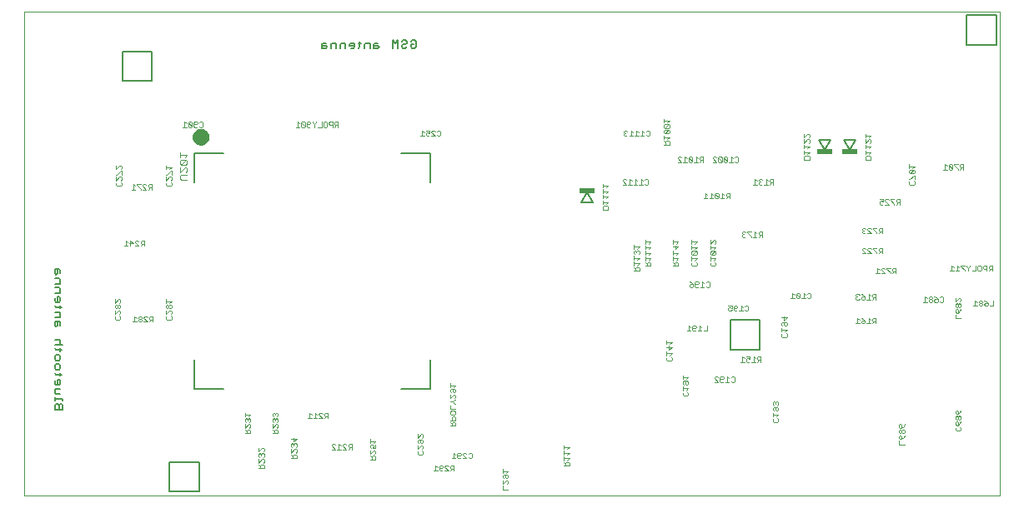
<source format=gbo>
G75*
%MOIN*%
%OFA0B0*%
%FSLAX25Y25*%
%IPPOS*%
%LPD*%
%AMOC8*
5,1,8,0,0,1.08239X$1,22.5*
%
%ADD10C,0.00000*%
%ADD11C,0.00800*%
%ADD12C,0.00200*%
%ADD13R,0.06200X0.02400*%
%ADD14C,0.03200*%
%ADD15C,0.00300*%
%ADD16C,0.00500*%
D10*
X0022595Y0009348D02*
X0412516Y0009348D01*
X0412516Y0203167D01*
X0022595Y0203167D01*
X0022595Y0009348D01*
D11*
X0034775Y0043951D02*
X0034775Y0045553D01*
X0035309Y0046087D01*
X0035842Y0046087D01*
X0036376Y0045553D01*
X0036376Y0043951D01*
X0034775Y0043951D02*
X0037978Y0043951D01*
X0037978Y0045553D01*
X0037444Y0046087D01*
X0036910Y0046087D01*
X0036376Y0045553D01*
X0034775Y0047635D02*
X0034775Y0048702D01*
X0034775Y0048168D02*
X0037978Y0048168D01*
X0037978Y0047635D01*
X0036910Y0050090D02*
X0035309Y0050090D01*
X0034775Y0050624D01*
X0034775Y0052225D01*
X0036910Y0052225D01*
X0036376Y0053773D02*
X0036910Y0054307D01*
X0036910Y0055374D01*
X0036376Y0055908D01*
X0035842Y0055908D01*
X0035842Y0053773D01*
X0035309Y0053773D02*
X0036376Y0053773D01*
X0035309Y0053773D02*
X0034775Y0054307D01*
X0034775Y0055374D01*
X0035309Y0057990D02*
X0034775Y0058524D01*
X0035309Y0057990D02*
X0037444Y0057990D01*
X0036910Y0057456D02*
X0036910Y0058524D01*
X0036376Y0059912D02*
X0035309Y0059912D01*
X0034775Y0060445D01*
X0034775Y0061513D01*
X0035309Y0062047D01*
X0036376Y0062047D01*
X0036910Y0061513D01*
X0036910Y0060445D01*
X0036376Y0059912D01*
X0036376Y0063595D02*
X0035309Y0063595D01*
X0034775Y0064129D01*
X0034775Y0065196D01*
X0035309Y0065730D01*
X0036376Y0065730D01*
X0036910Y0065196D01*
X0036910Y0064129D01*
X0036376Y0063595D01*
X0036910Y0067278D02*
X0036910Y0068346D01*
X0037444Y0067812D02*
X0035309Y0067812D01*
X0034775Y0068346D01*
X0034775Y0069733D02*
X0037978Y0069733D01*
X0036910Y0070267D02*
X0036910Y0071335D01*
X0036376Y0071869D01*
X0034775Y0071869D01*
X0036376Y0069733D02*
X0036910Y0070267D01*
X0035309Y0077100D02*
X0035842Y0077633D01*
X0035842Y0079235D01*
X0036376Y0079235D02*
X0034775Y0079235D01*
X0034775Y0077633D01*
X0035309Y0077100D01*
X0036910Y0077633D02*
X0036910Y0078701D01*
X0036376Y0079235D01*
X0036910Y0080783D02*
X0034775Y0080783D01*
X0034775Y0082918D02*
X0036376Y0082918D01*
X0036910Y0082384D01*
X0036910Y0080783D01*
X0036910Y0084466D02*
X0036910Y0085534D01*
X0037444Y0085000D02*
X0035309Y0085000D01*
X0034775Y0085534D01*
X0035309Y0086921D02*
X0036376Y0086921D01*
X0036910Y0087455D01*
X0036910Y0088523D01*
X0036376Y0089057D01*
X0035842Y0089057D01*
X0035842Y0086921D01*
X0035309Y0086921D02*
X0034775Y0087455D01*
X0034775Y0088523D01*
X0034775Y0090605D02*
X0036910Y0090605D01*
X0036910Y0092206D01*
X0036376Y0092740D01*
X0034775Y0092740D01*
X0034775Y0094288D02*
X0036910Y0094288D01*
X0036910Y0095889D01*
X0036376Y0096423D01*
X0034775Y0096423D01*
X0035309Y0097971D02*
X0035842Y0098505D01*
X0035842Y0100106D01*
X0036376Y0100106D02*
X0034775Y0100106D01*
X0034775Y0098505D01*
X0035309Y0097971D01*
X0036910Y0098505D02*
X0036910Y0099572D01*
X0036376Y0100106D01*
X0090351Y0134781D02*
X0090351Y0146592D01*
X0102162Y0146592D01*
X0173028Y0146592D02*
X0184839Y0146592D01*
X0184839Y0134781D01*
X0245233Y0126880D02*
X0249957Y0126880D01*
X0247595Y0130817D01*
X0245233Y0126880D01*
X0340233Y0151817D02*
X0344957Y0151817D01*
X0342595Y0147880D01*
X0340233Y0151817D01*
X0350233Y0151817D02*
X0354957Y0151817D01*
X0352595Y0147880D01*
X0350233Y0151817D01*
X0179195Y0189040D02*
X0178661Y0188506D01*
X0177594Y0188506D01*
X0177060Y0189040D01*
X0177060Y0190108D01*
X0178128Y0190108D01*
X0179195Y0191175D02*
X0179195Y0189040D01*
X0179195Y0191175D02*
X0178661Y0191709D01*
X0177594Y0191709D01*
X0177060Y0191175D01*
X0175512Y0191175D02*
X0175512Y0190642D01*
X0174978Y0190108D01*
X0173911Y0190108D01*
X0173377Y0189574D01*
X0173377Y0189040D01*
X0173911Y0188506D01*
X0174978Y0188506D01*
X0175512Y0189040D01*
X0175512Y0191175D02*
X0174978Y0191709D01*
X0173911Y0191709D01*
X0173377Y0191175D01*
X0171829Y0191709D02*
X0170761Y0190642D01*
X0169694Y0191709D01*
X0169694Y0188506D01*
X0171829Y0188506D02*
X0171829Y0191709D01*
X0164463Y0189040D02*
X0163929Y0189574D01*
X0162327Y0189574D01*
X0162327Y0190108D02*
X0162327Y0188506D01*
X0163929Y0188506D01*
X0164463Y0189040D01*
X0163929Y0190642D02*
X0162861Y0190642D01*
X0162327Y0190108D01*
X0160779Y0190642D02*
X0159178Y0190642D01*
X0158644Y0190108D01*
X0158644Y0188506D01*
X0160779Y0188506D02*
X0160779Y0190642D01*
X0157096Y0190642D02*
X0156029Y0190642D01*
X0156562Y0191175D02*
X0156562Y0189040D01*
X0156029Y0188506D01*
X0154641Y0189040D02*
X0154641Y0190108D01*
X0154107Y0190642D01*
X0153039Y0190642D01*
X0152506Y0190108D01*
X0152506Y0189574D01*
X0154641Y0189574D01*
X0154641Y0189040D02*
X0154107Y0188506D01*
X0153039Y0188506D01*
X0150958Y0188506D02*
X0150958Y0190642D01*
X0149356Y0190642D01*
X0148823Y0190108D01*
X0148823Y0188506D01*
X0147275Y0188506D02*
X0147275Y0190642D01*
X0145673Y0190642D01*
X0145139Y0190108D01*
X0145139Y0188506D01*
X0143591Y0189040D02*
X0143058Y0189574D01*
X0141456Y0189574D01*
X0141456Y0190108D02*
X0141456Y0188506D01*
X0143058Y0188506D01*
X0143591Y0189040D01*
X0143058Y0190642D02*
X0141990Y0190642D01*
X0141456Y0190108D01*
X0184839Y0063915D02*
X0184839Y0052104D01*
X0173028Y0052104D01*
X0102162Y0052104D02*
X0090351Y0052104D01*
X0090351Y0063915D01*
D12*
X0073995Y0079021D02*
X0073995Y0081223D01*
X0072894Y0081223D01*
X0072527Y0080856D01*
X0072527Y0080122D01*
X0072894Y0079755D01*
X0073995Y0079755D01*
X0073261Y0079755D02*
X0072527Y0079021D01*
X0071785Y0079021D02*
X0070317Y0080489D01*
X0070317Y0080856D01*
X0070684Y0081223D01*
X0071418Y0081223D01*
X0071785Y0080856D01*
X0071785Y0079021D02*
X0070317Y0079021D01*
X0069575Y0079388D02*
X0069575Y0079755D01*
X0069208Y0080122D01*
X0068474Y0080122D01*
X0068107Y0079755D01*
X0068107Y0079388D01*
X0068474Y0079021D01*
X0069208Y0079021D01*
X0069575Y0079388D01*
X0069208Y0080122D02*
X0069575Y0080489D01*
X0069575Y0080856D01*
X0069208Y0081223D01*
X0068474Y0081223D01*
X0068107Y0080856D01*
X0068107Y0080489D01*
X0068474Y0080122D01*
X0067366Y0080489D02*
X0066632Y0081223D01*
X0066632Y0079021D01*
X0067366Y0079021D02*
X0065898Y0079021D01*
X0060897Y0080315D02*
X0060530Y0079948D01*
X0059062Y0079948D01*
X0058695Y0080315D01*
X0058695Y0081049D01*
X0059062Y0081416D01*
X0058695Y0082158D02*
X0060163Y0083626D01*
X0060530Y0083626D01*
X0060897Y0083259D01*
X0060897Y0082525D01*
X0060530Y0082158D01*
X0060530Y0081416D02*
X0060897Y0081049D01*
X0060897Y0080315D01*
X0058695Y0082158D02*
X0058695Y0083626D01*
X0059062Y0084368D02*
X0059429Y0084368D01*
X0059796Y0084735D01*
X0059796Y0085469D01*
X0059429Y0085836D01*
X0059062Y0085836D01*
X0058695Y0085469D01*
X0058695Y0084735D01*
X0059062Y0084368D01*
X0059796Y0084735D02*
X0060163Y0084368D01*
X0060530Y0084368D01*
X0060897Y0084735D01*
X0060897Y0085469D01*
X0060530Y0085836D01*
X0060163Y0085836D01*
X0059796Y0085469D01*
X0060530Y0086578D02*
X0060897Y0086945D01*
X0060897Y0087679D01*
X0060530Y0088046D01*
X0060163Y0088046D01*
X0058695Y0086578D01*
X0058695Y0088046D01*
X0079195Y0088046D02*
X0079195Y0086578D01*
X0079195Y0087312D02*
X0081397Y0087312D01*
X0080663Y0086578D01*
X0080663Y0085836D02*
X0080296Y0085469D01*
X0080296Y0084735D01*
X0080663Y0084368D01*
X0081030Y0084368D01*
X0081397Y0084735D01*
X0081397Y0085469D01*
X0081030Y0085836D01*
X0080663Y0085836D01*
X0080296Y0085469D02*
X0079929Y0085836D01*
X0079562Y0085836D01*
X0079195Y0085469D01*
X0079195Y0084735D01*
X0079562Y0084368D01*
X0079929Y0084368D01*
X0080296Y0084735D01*
X0080663Y0083626D02*
X0081030Y0083626D01*
X0081397Y0083259D01*
X0081397Y0082525D01*
X0081030Y0082158D01*
X0081030Y0081416D02*
X0081397Y0081049D01*
X0081397Y0080315D01*
X0081030Y0079948D01*
X0079562Y0079948D01*
X0079195Y0080315D01*
X0079195Y0081049D01*
X0079562Y0081416D01*
X0079195Y0082158D02*
X0080663Y0083626D01*
X0079195Y0083626D02*
X0079195Y0082158D01*
X0070495Y0109448D02*
X0070495Y0111650D01*
X0069394Y0111650D01*
X0069027Y0111283D01*
X0069027Y0110549D01*
X0069394Y0110182D01*
X0070495Y0110182D01*
X0069761Y0110182D02*
X0069027Y0109448D01*
X0068285Y0109448D02*
X0066817Y0110916D01*
X0066817Y0111283D01*
X0067184Y0111650D01*
X0067918Y0111650D01*
X0068285Y0111283D01*
X0068285Y0109448D02*
X0066817Y0109448D01*
X0066075Y0110549D02*
X0064607Y0110549D01*
X0063866Y0110916D02*
X0063132Y0111650D01*
X0063132Y0109448D01*
X0063866Y0109448D02*
X0062398Y0109448D01*
X0064974Y0109448D02*
X0064974Y0111650D01*
X0066075Y0110549D01*
X0066132Y0131948D02*
X0066132Y0134150D01*
X0066866Y0133416D01*
X0067607Y0133783D02*
X0067607Y0134150D01*
X0069075Y0134150D01*
X0069817Y0133783D02*
X0070184Y0134150D01*
X0070918Y0134150D01*
X0071285Y0133783D01*
X0072027Y0133783D02*
X0072394Y0134150D01*
X0073495Y0134150D01*
X0073495Y0131948D01*
X0073495Y0132682D02*
X0072394Y0132682D01*
X0072027Y0133049D01*
X0072027Y0133783D01*
X0072761Y0132682D02*
X0072027Y0131948D01*
X0071285Y0131948D02*
X0069817Y0133416D01*
X0069817Y0133783D01*
X0069075Y0132315D02*
X0069075Y0131948D01*
X0069075Y0132315D02*
X0067607Y0133783D01*
X0066866Y0131948D02*
X0065398Y0131948D01*
X0061397Y0133815D02*
X0061397Y0134549D01*
X0061030Y0134916D01*
X0061030Y0135658D02*
X0061397Y0136025D01*
X0061397Y0136759D01*
X0061030Y0137126D01*
X0060663Y0137126D01*
X0059195Y0135658D01*
X0059195Y0137126D01*
X0059195Y0137868D02*
X0059562Y0137868D01*
X0061030Y0139336D01*
X0061397Y0139336D01*
X0061397Y0137868D01*
X0061030Y0140078D02*
X0061397Y0140445D01*
X0061397Y0141179D01*
X0061030Y0141546D01*
X0060663Y0141546D01*
X0059195Y0140078D01*
X0059195Y0141546D01*
X0059562Y0134916D02*
X0059195Y0134549D01*
X0059195Y0133815D01*
X0059562Y0133448D01*
X0061030Y0133448D01*
X0061397Y0133815D01*
X0069817Y0131948D02*
X0071285Y0131948D01*
X0079195Y0133815D02*
X0079195Y0134549D01*
X0079562Y0134916D01*
X0079195Y0135658D02*
X0080663Y0137126D01*
X0081030Y0137126D01*
X0081397Y0136759D01*
X0081397Y0136025D01*
X0081030Y0135658D01*
X0081030Y0134916D02*
X0081397Y0134549D01*
X0081397Y0133815D01*
X0081030Y0133448D01*
X0079562Y0133448D01*
X0079195Y0133815D01*
X0079195Y0135658D02*
X0079195Y0137126D01*
X0079195Y0137868D02*
X0079562Y0137868D01*
X0081030Y0139336D01*
X0081397Y0139336D01*
X0081397Y0137868D01*
X0080663Y0140078D02*
X0081397Y0140812D01*
X0079195Y0140812D01*
X0079195Y0140078D02*
X0079195Y0141546D01*
X0085898Y0156948D02*
X0087366Y0156948D01*
X0086632Y0156948D02*
X0086632Y0159150D01*
X0087366Y0158416D01*
X0088107Y0158783D02*
X0089575Y0157315D01*
X0089208Y0156948D01*
X0088474Y0156948D01*
X0088107Y0157315D01*
X0088107Y0158783D01*
X0088474Y0159150D01*
X0089208Y0159150D01*
X0089575Y0158783D01*
X0089575Y0157315D01*
X0090317Y0157315D02*
X0090317Y0158783D01*
X0090684Y0159150D01*
X0091418Y0159150D01*
X0091785Y0158783D01*
X0091785Y0158416D01*
X0091418Y0158049D01*
X0090317Y0158049D01*
X0090317Y0157315D02*
X0090684Y0156948D01*
X0091418Y0156948D01*
X0091785Y0157315D01*
X0092527Y0157315D02*
X0092894Y0156948D01*
X0093628Y0156948D01*
X0093995Y0157315D01*
X0093995Y0158783D01*
X0093628Y0159150D01*
X0092894Y0159150D01*
X0092527Y0158783D01*
X0131058Y0156948D02*
X0132526Y0156948D01*
X0131792Y0156948D02*
X0131792Y0159150D01*
X0132526Y0158416D01*
X0133268Y0158783D02*
X0134736Y0157315D01*
X0134369Y0156948D01*
X0133635Y0156948D01*
X0133268Y0157315D01*
X0133268Y0158783D01*
X0133635Y0159150D01*
X0134369Y0159150D01*
X0134736Y0158783D01*
X0134736Y0157315D01*
X0135478Y0157315D02*
X0135478Y0158783D01*
X0135845Y0159150D01*
X0136579Y0159150D01*
X0136946Y0158783D01*
X0136946Y0158416D01*
X0136579Y0158049D01*
X0135478Y0158049D01*
X0135478Y0157315D02*
X0135845Y0156948D01*
X0136579Y0156948D01*
X0136946Y0157315D01*
X0138422Y0156948D02*
X0138422Y0158049D01*
X0137688Y0158783D01*
X0137688Y0159150D01*
X0138422Y0158049D02*
X0139156Y0158783D01*
X0139156Y0159150D01*
X0141366Y0159150D02*
X0141366Y0156948D01*
X0139898Y0156948D01*
X0142107Y0157315D02*
X0142107Y0158783D01*
X0142474Y0159150D01*
X0143208Y0159150D01*
X0143575Y0158783D01*
X0143575Y0157315D01*
X0143208Y0156948D01*
X0142474Y0156948D01*
X0142107Y0157315D01*
X0144317Y0158049D02*
X0144684Y0157682D01*
X0145785Y0157682D01*
X0145785Y0156948D02*
X0145785Y0159150D01*
X0144684Y0159150D01*
X0144317Y0158783D01*
X0144317Y0158049D01*
X0146527Y0158049D02*
X0146894Y0157682D01*
X0147995Y0157682D01*
X0147261Y0157682D02*
X0146527Y0156948D01*
X0146527Y0158049D02*
X0146527Y0158783D01*
X0146894Y0159150D01*
X0147995Y0159150D01*
X0147995Y0156948D01*
X0180898Y0153448D02*
X0182366Y0153448D01*
X0181632Y0153448D02*
X0181632Y0155650D01*
X0182366Y0154916D01*
X0183107Y0154549D02*
X0183107Y0153815D01*
X0183474Y0153448D01*
X0184208Y0153448D01*
X0184575Y0153815D01*
X0184575Y0154549D02*
X0183841Y0154916D01*
X0183474Y0154916D01*
X0183107Y0154549D01*
X0183107Y0155650D02*
X0184575Y0155650D01*
X0184575Y0154549D01*
X0185317Y0154916D02*
X0185317Y0155283D01*
X0185684Y0155650D01*
X0186418Y0155650D01*
X0186785Y0155283D01*
X0187527Y0155283D02*
X0187894Y0155650D01*
X0188628Y0155650D01*
X0188995Y0155283D01*
X0188995Y0153815D01*
X0188628Y0153448D01*
X0187894Y0153448D01*
X0187527Y0153815D01*
X0186785Y0153448D02*
X0185317Y0154916D01*
X0185317Y0153448D02*
X0186785Y0153448D01*
X0253695Y0134255D02*
X0253695Y0132788D01*
X0253695Y0133522D02*
X0255897Y0133522D01*
X0255163Y0132788D01*
X0253695Y0132046D02*
X0253695Y0130578D01*
X0253695Y0131312D02*
X0255897Y0131312D01*
X0255163Y0130578D01*
X0253695Y0129836D02*
X0253695Y0128368D01*
X0253695Y0129102D02*
X0255897Y0129102D01*
X0255163Y0128368D01*
X0253695Y0127626D02*
X0253695Y0126158D01*
X0253695Y0126892D02*
X0255897Y0126892D01*
X0255163Y0126158D01*
X0255530Y0125416D02*
X0255897Y0125049D01*
X0255897Y0123948D01*
X0253695Y0123948D01*
X0253695Y0125049D01*
X0254062Y0125416D01*
X0255530Y0125416D01*
X0261688Y0133948D02*
X0263156Y0133948D01*
X0261688Y0135416D01*
X0261688Y0135783D01*
X0262055Y0136150D01*
X0262789Y0136150D01*
X0263156Y0135783D01*
X0264632Y0136150D02*
X0264632Y0133948D01*
X0265366Y0133948D02*
X0263898Y0133948D01*
X0265366Y0135416D02*
X0264632Y0136150D01*
X0266841Y0136150D02*
X0266841Y0133948D01*
X0267575Y0133948D02*
X0266107Y0133948D01*
X0267575Y0135416D02*
X0266841Y0136150D01*
X0269051Y0136150D02*
X0269051Y0133948D01*
X0269785Y0133948D02*
X0268317Y0133948D01*
X0269785Y0135416D02*
X0269051Y0136150D01*
X0270527Y0135783D02*
X0270894Y0136150D01*
X0271628Y0136150D01*
X0271995Y0135783D01*
X0271995Y0134315D01*
X0271628Y0133948D01*
X0270894Y0133948D01*
X0270527Y0134315D01*
X0283688Y0142948D02*
X0285156Y0142948D01*
X0283688Y0144416D01*
X0283688Y0144783D01*
X0284055Y0145150D01*
X0284789Y0145150D01*
X0285156Y0144783D01*
X0286632Y0145150D02*
X0286632Y0142948D01*
X0287366Y0142948D02*
X0285898Y0142948D01*
X0287366Y0144416D02*
X0286632Y0145150D01*
X0288107Y0144783D02*
X0289575Y0143315D01*
X0289208Y0142948D01*
X0288474Y0142948D01*
X0288107Y0143315D01*
X0288107Y0144783D01*
X0288474Y0145150D01*
X0289208Y0145150D01*
X0289575Y0144783D01*
X0289575Y0143315D01*
X0290317Y0142948D02*
X0291785Y0142948D01*
X0291051Y0142948D02*
X0291051Y0145150D01*
X0291785Y0144416D01*
X0292527Y0144783D02*
X0292527Y0144049D01*
X0292894Y0143682D01*
X0293995Y0143682D01*
X0293261Y0143682D02*
X0292527Y0142948D01*
X0293995Y0142948D02*
X0293995Y0145150D01*
X0292894Y0145150D01*
X0292527Y0144783D01*
X0297688Y0144783D02*
X0298055Y0145150D01*
X0298789Y0145150D01*
X0299156Y0144783D01*
X0299898Y0144783D02*
X0301366Y0143315D01*
X0300999Y0142948D01*
X0300265Y0142948D01*
X0299898Y0143315D01*
X0299898Y0144783D01*
X0300265Y0145150D01*
X0300999Y0145150D01*
X0301366Y0144783D01*
X0301366Y0143315D01*
X0302107Y0143315D02*
X0302474Y0142948D01*
X0303208Y0142948D01*
X0303575Y0143315D01*
X0302107Y0144783D01*
X0302107Y0143315D01*
X0302107Y0144783D02*
X0302474Y0145150D01*
X0303208Y0145150D01*
X0303575Y0144783D01*
X0303575Y0143315D01*
X0304317Y0142948D02*
X0305785Y0142948D01*
X0305051Y0142948D02*
X0305051Y0145150D01*
X0305785Y0144416D01*
X0306527Y0144783D02*
X0306894Y0145150D01*
X0307628Y0145150D01*
X0307995Y0144783D01*
X0307995Y0143315D01*
X0307628Y0142948D01*
X0306894Y0142948D01*
X0306527Y0143315D01*
X0299156Y0142948D02*
X0297688Y0144416D01*
X0297688Y0144783D01*
X0297688Y0142948D02*
X0299156Y0142948D01*
X0313898Y0133948D02*
X0315366Y0133948D01*
X0314632Y0133948D02*
X0314632Y0136150D01*
X0315366Y0135416D01*
X0316107Y0135416D02*
X0316474Y0135049D01*
X0316107Y0134682D01*
X0316107Y0134315D01*
X0316474Y0133948D01*
X0317208Y0133948D01*
X0317575Y0134315D01*
X0318317Y0133948D02*
X0319785Y0133948D01*
X0319051Y0133948D02*
X0319051Y0136150D01*
X0319785Y0135416D01*
X0320527Y0135783D02*
X0320527Y0135049D01*
X0320894Y0134682D01*
X0321995Y0134682D01*
X0321261Y0134682D02*
X0320527Y0133948D01*
X0321995Y0133948D02*
X0321995Y0136150D01*
X0320894Y0136150D01*
X0320527Y0135783D01*
X0317575Y0135783D02*
X0317208Y0136150D01*
X0316474Y0136150D01*
X0316107Y0135783D01*
X0316107Y0135416D01*
X0316474Y0135049D02*
X0316841Y0135049D01*
X0304495Y0130650D02*
X0304495Y0128448D01*
X0304495Y0129182D02*
X0303394Y0129182D01*
X0303027Y0129549D01*
X0303027Y0130283D01*
X0303394Y0130650D01*
X0304495Y0130650D01*
X0303761Y0129182D02*
X0303027Y0128448D01*
X0302285Y0128448D02*
X0300817Y0128448D01*
X0301551Y0128448D02*
X0301551Y0130650D01*
X0302285Y0129916D01*
X0300075Y0130283D02*
X0300075Y0128815D01*
X0298607Y0130283D01*
X0298607Y0128815D01*
X0298974Y0128448D01*
X0299708Y0128448D01*
X0300075Y0128815D01*
X0300075Y0130283D02*
X0299708Y0130650D01*
X0298974Y0130650D01*
X0298607Y0130283D01*
X0297866Y0129916D02*
X0297132Y0130650D01*
X0297132Y0128448D01*
X0297866Y0128448D02*
X0296398Y0128448D01*
X0295656Y0128448D02*
X0294188Y0128448D01*
X0294922Y0128448D02*
X0294922Y0130650D01*
X0295656Y0129916D01*
X0309765Y0115150D02*
X0309398Y0114783D01*
X0309398Y0114416D01*
X0309765Y0114049D01*
X0309398Y0113682D01*
X0309398Y0113315D01*
X0309765Y0112948D01*
X0310499Y0112948D01*
X0310866Y0113315D01*
X0310132Y0114049D02*
X0309765Y0114049D01*
X0309765Y0115150D02*
X0310499Y0115150D01*
X0310866Y0114783D01*
X0311607Y0114783D02*
X0313075Y0113315D01*
X0313075Y0112948D01*
X0313817Y0112948D02*
X0315285Y0112948D01*
X0314551Y0112948D02*
X0314551Y0115150D01*
X0315285Y0114416D01*
X0316027Y0114783D02*
X0316027Y0114049D01*
X0316394Y0113682D01*
X0317495Y0113682D01*
X0316761Y0113682D02*
X0316027Y0112948D01*
X0317495Y0112948D02*
X0317495Y0115150D01*
X0316394Y0115150D01*
X0316027Y0114783D01*
X0313075Y0115150D02*
X0311607Y0115150D01*
X0311607Y0114783D01*
X0298897Y0111388D02*
X0298897Y0110655D01*
X0298530Y0110288D01*
X0298897Y0111388D02*
X0298530Y0111755D01*
X0298163Y0111755D01*
X0296695Y0110288D01*
X0296695Y0111755D01*
X0296695Y0109546D02*
X0296695Y0108078D01*
X0296695Y0108812D02*
X0298897Y0108812D01*
X0298163Y0108078D01*
X0298530Y0107336D02*
X0297062Y0105868D01*
X0296695Y0106235D01*
X0296695Y0106969D01*
X0297062Y0107336D01*
X0298530Y0107336D01*
X0298897Y0106969D01*
X0298897Y0106235D01*
X0298530Y0105868D01*
X0297062Y0105868D01*
X0296695Y0105126D02*
X0296695Y0103658D01*
X0296695Y0104392D02*
X0298897Y0104392D01*
X0298163Y0103658D01*
X0298530Y0102916D02*
X0298897Y0102549D01*
X0298897Y0101815D01*
X0298530Y0101448D01*
X0297062Y0101448D01*
X0296695Y0101815D01*
X0296695Y0102549D01*
X0297062Y0102916D01*
X0291397Y0102549D02*
X0291397Y0101815D01*
X0291030Y0101448D01*
X0289562Y0101448D01*
X0289195Y0101815D01*
X0289195Y0102549D01*
X0289562Y0102916D01*
X0289195Y0103658D02*
X0289195Y0105126D01*
X0289195Y0104392D02*
X0291397Y0104392D01*
X0290663Y0103658D01*
X0291030Y0102916D02*
X0291397Y0102549D01*
X0291030Y0105868D02*
X0291397Y0106235D01*
X0291397Y0106969D01*
X0291030Y0107336D01*
X0289562Y0105868D01*
X0289195Y0106235D01*
X0289195Y0106969D01*
X0289562Y0107336D01*
X0291030Y0107336D01*
X0290663Y0108078D02*
X0291397Y0108812D01*
X0289195Y0108812D01*
X0289195Y0108078D02*
X0289195Y0109546D01*
X0289195Y0110288D02*
X0289195Y0111755D01*
X0289195Y0111022D02*
X0291397Y0111022D01*
X0290663Y0110288D01*
X0283897Y0111022D02*
X0281695Y0111022D01*
X0281695Y0111755D02*
X0281695Y0110288D01*
X0281695Y0109179D02*
X0283897Y0109179D01*
X0282796Y0108078D01*
X0282796Y0109546D01*
X0283163Y0110288D02*
X0283897Y0111022D01*
X0281695Y0107336D02*
X0281695Y0105868D01*
X0281695Y0106602D02*
X0283897Y0106602D01*
X0283163Y0105868D01*
X0281695Y0105126D02*
X0281695Y0103658D01*
X0281695Y0104392D02*
X0283897Y0104392D01*
X0283163Y0103658D01*
X0283530Y0102916D02*
X0282796Y0102916D01*
X0282429Y0102549D01*
X0282429Y0101448D01*
X0281695Y0101448D02*
X0283897Y0101448D01*
X0283897Y0102549D01*
X0283530Y0102916D01*
X0282429Y0102182D02*
X0281695Y0102916D01*
X0289562Y0105868D02*
X0291030Y0105868D01*
X0272897Y0106602D02*
X0270695Y0106602D01*
X0270695Y0105868D02*
X0270695Y0107336D01*
X0270695Y0108078D02*
X0270695Y0109546D01*
X0270695Y0108812D02*
X0272897Y0108812D01*
X0272163Y0108078D01*
X0272897Y0106602D02*
X0272163Y0105868D01*
X0270695Y0105126D02*
X0270695Y0103658D01*
X0270695Y0104392D02*
X0272897Y0104392D01*
X0272163Y0103658D01*
X0271796Y0102916D02*
X0271429Y0102549D01*
X0271429Y0101448D01*
X0270695Y0101448D02*
X0272897Y0101448D01*
X0272897Y0102549D01*
X0272530Y0102916D01*
X0271796Y0102916D01*
X0271429Y0102182D02*
X0270695Y0102916D01*
X0268397Y0102392D02*
X0267663Y0101658D01*
X0267296Y0100916D02*
X0266929Y0100549D01*
X0266929Y0099448D01*
X0266195Y0099448D02*
X0268397Y0099448D01*
X0268397Y0100549D01*
X0268030Y0100916D01*
X0267296Y0100916D01*
X0266929Y0100182D02*
X0266195Y0100916D01*
X0266195Y0101658D02*
X0266195Y0103126D01*
X0266195Y0102392D02*
X0268397Y0102392D01*
X0267663Y0103868D02*
X0268397Y0104602D01*
X0266195Y0104602D01*
X0266195Y0103868D02*
X0266195Y0105336D01*
X0266562Y0106078D02*
X0266195Y0106445D01*
X0266195Y0107179D01*
X0266562Y0107546D01*
X0266929Y0107546D01*
X0267296Y0107179D01*
X0267296Y0106812D01*
X0267296Y0107179D02*
X0267663Y0107546D01*
X0268030Y0107546D01*
X0268397Y0107179D01*
X0268397Y0106445D01*
X0268030Y0106078D01*
X0267663Y0108288D02*
X0268397Y0109022D01*
X0266195Y0109022D01*
X0266195Y0109755D02*
X0266195Y0108288D01*
X0270695Y0110288D02*
X0270695Y0111755D01*
X0270695Y0111022D02*
X0272897Y0111022D01*
X0272163Y0110288D01*
X0288398Y0095150D02*
X0289132Y0094783D01*
X0289866Y0094049D01*
X0288765Y0094049D01*
X0288398Y0093682D01*
X0288398Y0093315D01*
X0288765Y0092948D01*
X0289499Y0092948D01*
X0289866Y0093315D01*
X0289866Y0094049D01*
X0290607Y0094049D02*
X0291708Y0094049D01*
X0292075Y0094416D01*
X0292075Y0094783D01*
X0291708Y0095150D01*
X0290974Y0095150D01*
X0290607Y0094783D01*
X0290607Y0093315D01*
X0290974Y0092948D01*
X0291708Y0092948D01*
X0292075Y0093315D01*
X0292817Y0092948D02*
X0294285Y0092948D01*
X0293551Y0092948D02*
X0293551Y0095150D01*
X0294285Y0094416D01*
X0295027Y0094783D02*
X0295394Y0095150D01*
X0296128Y0095150D01*
X0296495Y0094783D01*
X0296495Y0093315D01*
X0296128Y0092948D01*
X0295394Y0092948D01*
X0295027Y0093315D01*
X0303898Y0085650D02*
X0305366Y0085650D01*
X0305366Y0084549D01*
X0304632Y0084916D01*
X0304265Y0084916D01*
X0303898Y0084549D01*
X0303898Y0083815D01*
X0304265Y0083448D01*
X0304999Y0083448D01*
X0305366Y0083815D01*
X0306107Y0083815D02*
X0306107Y0085283D01*
X0306474Y0085650D01*
X0307208Y0085650D01*
X0307575Y0085283D01*
X0307575Y0084916D01*
X0307208Y0084549D01*
X0306107Y0084549D01*
X0306107Y0083815D02*
X0306474Y0083448D01*
X0307208Y0083448D01*
X0307575Y0083815D01*
X0308317Y0083448D02*
X0309785Y0083448D01*
X0309051Y0083448D02*
X0309051Y0085650D01*
X0309785Y0084916D01*
X0310527Y0085283D02*
X0310894Y0085650D01*
X0311628Y0085650D01*
X0311995Y0085283D01*
X0311995Y0083815D01*
X0311628Y0083448D01*
X0310894Y0083448D01*
X0310527Y0083815D01*
X0325195Y0080679D02*
X0327397Y0080679D01*
X0326296Y0079578D01*
X0326296Y0081046D01*
X0326296Y0078836D02*
X0326296Y0077735D01*
X0326663Y0077368D01*
X0327030Y0077368D01*
X0327397Y0077735D01*
X0327397Y0078469D01*
X0327030Y0078836D01*
X0325562Y0078836D01*
X0325195Y0078469D01*
X0325195Y0077735D01*
X0325562Y0077368D01*
X0325195Y0076626D02*
X0325195Y0075158D01*
X0325195Y0075892D02*
X0327397Y0075892D01*
X0326663Y0075158D01*
X0327030Y0074416D02*
X0327397Y0074049D01*
X0327397Y0073315D01*
X0327030Y0072948D01*
X0325562Y0072948D01*
X0325195Y0073315D01*
X0325195Y0074049D01*
X0325562Y0074416D01*
X0316995Y0065150D02*
X0315894Y0065150D01*
X0315527Y0064783D01*
X0315527Y0064049D01*
X0315894Y0063682D01*
X0316995Y0063682D01*
X0316261Y0063682D02*
X0315527Y0062948D01*
X0314785Y0062948D02*
X0313317Y0062948D01*
X0314051Y0062948D02*
X0314051Y0065150D01*
X0314785Y0064416D01*
X0312575Y0064049D02*
X0311841Y0064416D01*
X0311474Y0064416D01*
X0311107Y0064049D01*
X0311107Y0063315D01*
X0311474Y0062948D01*
X0312208Y0062948D01*
X0312575Y0063315D01*
X0312575Y0064049D02*
X0312575Y0065150D01*
X0311107Y0065150D01*
X0310366Y0064416D02*
X0309632Y0065150D01*
X0309632Y0062948D01*
X0310366Y0062948D02*
X0308898Y0062948D01*
X0306128Y0057150D02*
X0305394Y0057150D01*
X0305027Y0056783D01*
X0304285Y0056416D02*
X0303551Y0057150D01*
X0303551Y0054948D01*
X0304285Y0054948D02*
X0302817Y0054948D01*
X0302075Y0055315D02*
X0301708Y0054948D01*
X0300974Y0054948D01*
X0300607Y0055315D01*
X0300607Y0056783D01*
X0300974Y0057150D01*
X0301708Y0057150D01*
X0302075Y0056783D01*
X0302075Y0056416D01*
X0301708Y0056049D01*
X0300607Y0056049D01*
X0299866Y0056783D02*
X0299499Y0057150D01*
X0298765Y0057150D01*
X0298398Y0056783D01*
X0298398Y0056416D01*
X0299866Y0054948D01*
X0298398Y0054948D01*
X0305027Y0055315D02*
X0305394Y0054948D01*
X0306128Y0054948D01*
X0306495Y0055315D01*
X0306495Y0056783D01*
X0306128Y0057150D01*
X0316995Y0062948D02*
X0316995Y0065150D01*
X0295495Y0075448D02*
X0294027Y0075448D01*
X0293285Y0075448D02*
X0291817Y0075448D01*
X0292551Y0075448D02*
X0292551Y0077650D01*
X0293285Y0076916D01*
X0291075Y0076916D02*
X0291075Y0077283D01*
X0290708Y0077650D01*
X0289974Y0077650D01*
X0289607Y0077283D01*
X0289607Y0075815D01*
X0289974Y0075448D01*
X0290708Y0075448D01*
X0291075Y0075815D01*
X0290708Y0076549D02*
X0289607Y0076549D01*
X0288866Y0076916D02*
X0288132Y0077650D01*
X0288132Y0075448D01*
X0288866Y0075448D02*
X0287398Y0075448D01*
X0290708Y0076549D02*
X0291075Y0076916D01*
X0295495Y0077650D02*
X0295495Y0075448D01*
X0281397Y0070812D02*
X0280663Y0070078D01*
X0280296Y0069336D02*
X0280296Y0067868D01*
X0281397Y0068969D01*
X0279195Y0068969D01*
X0279195Y0070078D02*
X0279195Y0071546D01*
X0279195Y0070812D02*
X0281397Y0070812D01*
X0279195Y0067126D02*
X0279195Y0065658D01*
X0279195Y0066392D02*
X0281397Y0066392D01*
X0280663Y0065658D01*
X0281030Y0064916D02*
X0281397Y0064549D01*
X0281397Y0063815D01*
X0281030Y0063448D01*
X0279562Y0063448D01*
X0279195Y0063815D01*
X0279195Y0064549D01*
X0279562Y0064916D01*
X0285695Y0057546D02*
X0285695Y0056078D01*
X0285695Y0056812D02*
X0287897Y0056812D01*
X0287163Y0056078D01*
X0286796Y0055336D02*
X0286796Y0054235D01*
X0287163Y0053868D01*
X0287530Y0053868D01*
X0287897Y0054235D01*
X0287897Y0054969D01*
X0287530Y0055336D01*
X0286062Y0055336D01*
X0285695Y0054969D01*
X0285695Y0054235D01*
X0286062Y0053868D01*
X0285695Y0053126D02*
X0285695Y0051658D01*
X0285695Y0052392D02*
X0287897Y0052392D01*
X0287163Y0051658D01*
X0287530Y0050916D02*
X0287897Y0050549D01*
X0287897Y0049815D01*
X0287530Y0049448D01*
X0286062Y0049448D01*
X0285695Y0049815D01*
X0285695Y0050549D01*
X0286062Y0050916D01*
X0321695Y0046679D02*
X0321695Y0045945D01*
X0322062Y0045578D01*
X0322062Y0044836D02*
X0323530Y0044836D01*
X0323897Y0044469D01*
X0323897Y0043735D01*
X0323530Y0043368D01*
X0323163Y0043368D01*
X0322796Y0043735D01*
X0322796Y0044836D01*
X0322062Y0044836D02*
X0321695Y0044469D01*
X0321695Y0043735D01*
X0322062Y0043368D01*
X0321695Y0042626D02*
X0321695Y0041158D01*
X0321695Y0041892D02*
X0323897Y0041892D01*
X0323163Y0041158D01*
X0323530Y0040416D02*
X0323897Y0040049D01*
X0323897Y0039315D01*
X0323530Y0038948D01*
X0322062Y0038948D01*
X0321695Y0039315D01*
X0321695Y0040049D01*
X0322062Y0040416D01*
X0323530Y0045578D02*
X0323897Y0045945D01*
X0323897Y0046679D01*
X0323530Y0047046D01*
X0323163Y0047046D01*
X0322796Y0046679D01*
X0322429Y0047046D01*
X0322062Y0047046D01*
X0321695Y0046679D01*
X0322796Y0046679D02*
X0322796Y0046312D01*
X0372195Y0037679D02*
X0372562Y0038046D01*
X0372929Y0038046D01*
X0373296Y0037679D01*
X0373296Y0036578D01*
X0372562Y0036578D01*
X0372195Y0036945D01*
X0372195Y0037679D01*
X0373296Y0036578D02*
X0374030Y0037312D01*
X0374397Y0038046D01*
X0374030Y0035836D02*
X0373663Y0035836D01*
X0373296Y0035469D01*
X0373296Y0034735D01*
X0373663Y0034368D01*
X0374030Y0034368D01*
X0374397Y0034735D01*
X0374397Y0035469D01*
X0374030Y0035836D01*
X0373296Y0035469D02*
X0372929Y0035836D01*
X0372562Y0035836D01*
X0372195Y0035469D01*
X0372195Y0034735D01*
X0372562Y0034368D01*
X0372929Y0034368D01*
X0373296Y0034735D01*
X0372929Y0033626D02*
X0373296Y0033259D01*
X0373296Y0032158D01*
X0372562Y0032158D01*
X0372195Y0032525D01*
X0372195Y0033259D01*
X0372562Y0033626D01*
X0372929Y0033626D01*
X0374030Y0032892D02*
X0373296Y0032158D01*
X0374030Y0032892D02*
X0374397Y0033626D01*
X0372195Y0031416D02*
X0372195Y0029948D01*
X0374397Y0029948D01*
X0394695Y0035815D02*
X0394695Y0036549D01*
X0395062Y0036916D01*
X0395062Y0037658D02*
X0394695Y0038025D01*
X0394695Y0038759D01*
X0395062Y0039126D01*
X0395429Y0039126D01*
X0395796Y0038759D01*
X0395796Y0037658D01*
X0395062Y0037658D01*
X0395796Y0037658D02*
X0396530Y0038392D01*
X0396897Y0039126D01*
X0396530Y0039868D02*
X0396163Y0039868D01*
X0395796Y0040235D01*
X0395796Y0040969D01*
X0395429Y0041336D01*
X0395062Y0041336D01*
X0394695Y0040969D01*
X0394695Y0040235D01*
X0395062Y0039868D01*
X0395429Y0039868D01*
X0395796Y0040235D01*
X0395796Y0040969D02*
X0396163Y0041336D01*
X0396530Y0041336D01*
X0396897Y0040969D01*
X0396897Y0040235D01*
X0396530Y0039868D01*
X0395796Y0042078D02*
X0395062Y0042078D01*
X0394695Y0042445D01*
X0394695Y0043179D01*
X0395062Y0043546D01*
X0395429Y0043546D01*
X0395796Y0043179D01*
X0395796Y0042078D01*
X0396530Y0042812D01*
X0396897Y0043546D01*
X0396530Y0036916D02*
X0396897Y0036549D01*
X0396897Y0035815D01*
X0396530Y0035448D01*
X0395062Y0035448D01*
X0394695Y0035815D01*
X0362995Y0078448D02*
X0362995Y0080650D01*
X0361894Y0080650D01*
X0361527Y0080283D01*
X0361527Y0079549D01*
X0361894Y0079182D01*
X0362995Y0079182D01*
X0362261Y0079182D02*
X0361527Y0078448D01*
X0360785Y0078448D02*
X0359317Y0078448D01*
X0360051Y0078448D02*
X0360051Y0080650D01*
X0360785Y0079916D01*
X0358575Y0079549D02*
X0358575Y0078815D01*
X0358208Y0078448D01*
X0357474Y0078448D01*
X0357107Y0078815D01*
X0357107Y0079182D01*
X0357474Y0079549D01*
X0358575Y0079549D01*
X0357841Y0080283D01*
X0357107Y0080650D01*
X0356366Y0079916D02*
X0355632Y0080650D01*
X0355632Y0078448D01*
X0356366Y0078448D02*
X0354898Y0078448D01*
X0355265Y0087948D02*
X0354898Y0088315D01*
X0354898Y0088682D01*
X0355265Y0089049D01*
X0355632Y0089049D01*
X0355265Y0089049D02*
X0354898Y0089416D01*
X0354898Y0089783D01*
X0355265Y0090150D01*
X0355999Y0090150D01*
X0356366Y0089783D01*
X0357107Y0090150D02*
X0357841Y0089783D01*
X0358575Y0089049D01*
X0357474Y0089049D01*
X0357107Y0088682D01*
X0357107Y0088315D01*
X0357474Y0087948D01*
X0358208Y0087948D01*
X0358575Y0088315D01*
X0358575Y0089049D01*
X0359317Y0087948D02*
X0360785Y0087948D01*
X0360051Y0087948D02*
X0360051Y0090150D01*
X0360785Y0089416D01*
X0361527Y0089783D02*
X0361527Y0089049D01*
X0361894Y0088682D01*
X0362995Y0088682D01*
X0362261Y0088682D02*
X0361527Y0087948D01*
X0362995Y0087948D02*
X0362995Y0090150D01*
X0361894Y0090150D01*
X0361527Y0089783D01*
X0356366Y0088315D02*
X0355999Y0087948D01*
X0355265Y0087948D01*
X0362898Y0098448D02*
X0364366Y0098448D01*
X0363632Y0098448D02*
X0363632Y0100650D01*
X0364366Y0099916D01*
X0365107Y0099916D02*
X0365107Y0100283D01*
X0365474Y0100650D01*
X0366208Y0100650D01*
X0366575Y0100283D01*
X0367317Y0100283D02*
X0368785Y0098815D01*
X0368785Y0098448D01*
X0369527Y0098448D02*
X0370261Y0099182D01*
X0369894Y0099182D02*
X0370995Y0099182D01*
X0370995Y0098448D02*
X0370995Y0100650D01*
X0369894Y0100650D01*
X0369527Y0100283D01*
X0369527Y0099549D01*
X0369894Y0099182D01*
X0368785Y0100650D02*
X0367317Y0100650D01*
X0367317Y0100283D01*
X0366575Y0098448D02*
X0365107Y0099916D01*
X0365107Y0098448D02*
X0366575Y0098448D01*
X0365495Y0106448D02*
X0365495Y0108650D01*
X0364394Y0108650D01*
X0364027Y0108283D01*
X0364027Y0107549D01*
X0364394Y0107182D01*
X0365495Y0107182D01*
X0364761Y0107182D02*
X0364027Y0106448D01*
X0363285Y0106448D02*
X0363285Y0106815D01*
X0361817Y0108283D01*
X0361817Y0108650D01*
X0363285Y0108650D01*
X0361075Y0108283D02*
X0360708Y0108650D01*
X0359974Y0108650D01*
X0359607Y0108283D01*
X0359607Y0107916D01*
X0361075Y0106448D01*
X0359607Y0106448D01*
X0358866Y0106448D02*
X0357398Y0107916D01*
X0357398Y0108283D01*
X0357765Y0108650D01*
X0358499Y0108650D01*
X0358866Y0108283D01*
X0358866Y0106448D02*
X0357398Y0106448D01*
X0357765Y0114448D02*
X0358499Y0114448D01*
X0358866Y0114815D01*
X0359607Y0114448D02*
X0361075Y0114448D01*
X0359607Y0115916D01*
X0359607Y0116283D01*
X0359974Y0116650D01*
X0360708Y0116650D01*
X0361075Y0116283D01*
X0361817Y0116283D02*
X0363285Y0114815D01*
X0363285Y0114448D01*
X0364027Y0114448D02*
X0364761Y0115182D01*
X0364394Y0115182D02*
X0365495Y0115182D01*
X0365495Y0114448D02*
X0365495Y0116650D01*
X0364394Y0116650D01*
X0364027Y0116283D01*
X0364027Y0115549D01*
X0364394Y0115182D01*
X0363285Y0116650D02*
X0361817Y0116650D01*
X0361817Y0116283D01*
X0358866Y0116283D02*
X0358499Y0116650D01*
X0357765Y0116650D01*
X0357398Y0116283D01*
X0357398Y0115916D01*
X0357765Y0115549D01*
X0357398Y0115182D01*
X0357398Y0114815D01*
X0357765Y0114448D01*
X0357765Y0115549D02*
X0358132Y0115549D01*
X0364765Y0125948D02*
X0365499Y0125948D01*
X0365866Y0126315D01*
X0365866Y0127049D02*
X0365132Y0127416D01*
X0364765Y0127416D01*
X0364398Y0127049D01*
X0364398Y0126315D01*
X0364765Y0125948D01*
X0365866Y0127049D02*
X0365866Y0128150D01*
X0364398Y0128150D01*
X0366607Y0127783D02*
X0366974Y0128150D01*
X0367708Y0128150D01*
X0368075Y0127783D01*
X0368817Y0127783D02*
X0370285Y0126315D01*
X0370285Y0125948D01*
X0371027Y0125948D02*
X0371761Y0126682D01*
X0371394Y0126682D02*
X0372495Y0126682D01*
X0372495Y0125948D02*
X0372495Y0128150D01*
X0371394Y0128150D01*
X0371027Y0127783D01*
X0371027Y0127049D01*
X0371394Y0126682D01*
X0370285Y0128150D02*
X0368817Y0128150D01*
X0368817Y0127783D01*
X0368075Y0125948D02*
X0366607Y0127416D01*
X0366607Y0127783D01*
X0366607Y0125948D02*
X0368075Y0125948D01*
X0376195Y0134315D02*
X0376195Y0135049D01*
X0376562Y0135416D01*
X0376562Y0136158D02*
X0376195Y0136158D01*
X0376562Y0136158D02*
X0378030Y0137626D01*
X0378397Y0137626D01*
X0378397Y0136158D01*
X0378030Y0135416D02*
X0378397Y0135049D01*
X0378397Y0134315D01*
X0378030Y0133948D01*
X0376562Y0133948D01*
X0376195Y0134315D01*
X0376562Y0138368D02*
X0378030Y0139836D01*
X0376562Y0139836D01*
X0376195Y0139469D01*
X0376195Y0138735D01*
X0376562Y0138368D01*
X0378030Y0138368D01*
X0378397Y0138735D01*
X0378397Y0139469D01*
X0378030Y0139836D01*
X0377663Y0140578D02*
X0378397Y0141312D01*
X0376195Y0141312D01*
X0376195Y0140578D02*
X0376195Y0142046D01*
X0389898Y0139948D02*
X0391366Y0139948D01*
X0390632Y0139948D02*
X0390632Y0142150D01*
X0391366Y0141416D01*
X0392107Y0141783D02*
X0393575Y0140315D01*
X0393208Y0139948D01*
X0392474Y0139948D01*
X0392107Y0140315D01*
X0392107Y0141783D01*
X0392474Y0142150D01*
X0393208Y0142150D01*
X0393575Y0141783D01*
X0393575Y0140315D01*
X0394317Y0141783D02*
X0395785Y0140315D01*
X0395785Y0139948D01*
X0396527Y0139948D02*
X0397261Y0140682D01*
X0396894Y0140682D02*
X0397995Y0140682D01*
X0397995Y0139948D02*
X0397995Y0142150D01*
X0396894Y0142150D01*
X0396527Y0141783D01*
X0396527Y0141049D01*
X0396894Y0140682D01*
X0395785Y0142150D02*
X0394317Y0142150D01*
X0394317Y0141783D01*
X0360897Y0143948D02*
X0360897Y0145049D01*
X0360530Y0145416D01*
X0359062Y0145416D01*
X0358695Y0145049D01*
X0358695Y0143948D01*
X0360897Y0143948D01*
X0360163Y0146158D02*
X0360897Y0146892D01*
X0358695Y0146892D01*
X0358695Y0146158D02*
X0358695Y0147626D01*
X0358695Y0148368D02*
X0358695Y0149836D01*
X0358695Y0149102D02*
X0360897Y0149102D01*
X0360163Y0148368D01*
X0360530Y0150578D02*
X0360897Y0150945D01*
X0360897Y0151679D01*
X0360530Y0152046D01*
X0360163Y0152046D01*
X0358695Y0150578D01*
X0358695Y0152046D01*
X0358695Y0152788D02*
X0358695Y0154255D01*
X0358695Y0153522D02*
X0360897Y0153522D01*
X0360163Y0152788D01*
X0336397Y0153155D02*
X0336030Y0152788D01*
X0336397Y0153155D02*
X0336397Y0153888D01*
X0336030Y0154255D01*
X0335663Y0154255D01*
X0334195Y0152788D01*
X0334195Y0154255D01*
X0334195Y0152046D02*
X0334195Y0150578D01*
X0335663Y0152046D01*
X0336030Y0152046D01*
X0336397Y0151679D01*
X0336397Y0150945D01*
X0336030Y0150578D01*
X0336397Y0149102D02*
X0334195Y0149102D01*
X0334195Y0148368D02*
X0334195Y0149836D01*
X0335663Y0148368D02*
X0336397Y0149102D01*
X0336397Y0146892D02*
X0334195Y0146892D01*
X0334195Y0146158D02*
X0334195Y0147626D01*
X0335663Y0146158D02*
X0336397Y0146892D01*
X0336030Y0145416D02*
X0336397Y0145049D01*
X0336397Y0143948D01*
X0334195Y0143948D01*
X0334195Y0145049D01*
X0334562Y0145416D01*
X0336030Y0145416D01*
X0280397Y0149948D02*
X0280397Y0151049D01*
X0280030Y0151416D01*
X0279296Y0151416D01*
X0278929Y0151049D01*
X0278929Y0149948D01*
X0278195Y0149948D02*
X0280397Y0149948D01*
X0278929Y0150682D02*
X0278195Y0151416D01*
X0278195Y0152158D02*
X0278195Y0153626D01*
X0278195Y0152892D02*
X0280397Y0152892D01*
X0279663Y0152158D01*
X0280030Y0154368D02*
X0278562Y0154368D01*
X0280030Y0155836D01*
X0278562Y0155836D01*
X0278195Y0155469D01*
X0278195Y0154735D01*
X0278562Y0154368D01*
X0280030Y0154368D02*
X0280397Y0154735D01*
X0280397Y0155469D01*
X0280030Y0155836D01*
X0280030Y0156578D02*
X0280397Y0156945D01*
X0280397Y0157679D01*
X0280030Y0158046D01*
X0278562Y0156578D01*
X0278195Y0156945D01*
X0278195Y0157679D01*
X0278562Y0158046D01*
X0280030Y0158046D01*
X0279663Y0158788D02*
X0280397Y0159522D01*
X0278195Y0159522D01*
X0278195Y0160255D02*
X0278195Y0158788D01*
X0278562Y0156578D02*
X0280030Y0156578D01*
X0272495Y0155283D02*
X0272495Y0153815D01*
X0272128Y0153448D01*
X0271394Y0153448D01*
X0271027Y0153815D01*
X0270285Y0153448D02*
X0268817Y0153448D01*
X0269551Y0153448D02*
X0269551Y0155650D01*
X0270285Y0154916D01*
X0271027Y0155283D02*
X0271394Y0155650D01*
X0272128Y0155650D01*
X0272495Y0155283D01*
X0268075Y0154916D02*
X0267341Y0155650D01*
X0267341Y0153448D01*
X0268075Y0153448D02*
X0266607Y0153448D01*
X0265866Y0153448D02*
X0264398Y0153448D01*
X0265132Y0153448D02*
X0265132Y0155650D01*
X0265866Y0154916D01*
X0263656Y0155283D02*
X0263289Y0155650D01*
X0262555Y0155650D01*
X0262188Y0155283D01*
X0262188Y0154916D01*
X0262555Y0154549D01*
X0262188Y0154182D01*
X0262188Y0153815D01*
X0262555Y0153448D01*
X0263289Y0153448D01*
X0263656Y0153815D01*
X0262922Y0154549D02*
X0262555Y0154549D01*
X0329632Y0090650D02*
X0329632Y0088448D01*
X0330366Y0088448D02*
X0328898Y0088448D01*
X0330366Y0089916D02*
X0329632Y0090650D01*
X0331107Y0090283D02*
X0332575Y0088815D01*
X0332208Y0088448D01*
X0331474Y0088448D01*
X0331107Y0088815D01*
X0331107Y0090283D01*
X0331474Y0090650D01*
X0332208Y0090650D01*
X0332575Y0090283D01*
X0332575Y0088815D01*
X0333317Y0088448D02*
X0334785Y0088448D01*
X0334051Y0088448D02*
X0334051Y0090650D01*
X0334785Y0089916D01*
X0335527Y0090283D02*
X0335894Y0090650D01*
X0336628Y0090650D01*
X0336995Y0090283D01*
X0336995Y0088815D01*
X0336628Y0088448D01*
X0335894Y0088448D01*
X0335527Y0088815D01*
X0381898Y0086948D02*
X0383366Y0086948D01*
X0382632Y0086948D02*
X0382632Y0089150D01*
X0383366Y0088416D01*
X0384107Y0088416D02*
X0384474Y0088049D01*
X0385208Y0088049D01*
X0385575Y0088416D01*
X0385575Y0088783D01*
X0385208Y0089150D01*
X0384474Y0089150D01*
X0384107Y0088783D01*
X0384107Y0088416D01*
X0384474Y0088049D02*
X0384107Y0087682D01*
X0384107Y0087315D01*
X0384474Y0086948D01*
X0385208Y0086948D01*
X0385575Y0087315D01*
X0385575Y0087682D01*
X0385208Y0088049D01*
X0386317Y0087682D02*
X0386684Y0088049D01*
X0387785Y0088049D01*
X0387785Y0087315D01*
X0387418Y0086948D01*
X0386684Y0086948D01*
X0386317Y0087315D01*
X0386317Y0087682D01*
X0387051Y0088783D02*
X0386317Y0089150D01*
X0387051Y0088783D02*
X0387785Y0088049D01*
X0388527Y0088783D02*
X0388894Y0089150D01*
X0389628Y0089150D01*
X0389995Y0088783D01*
X0389995Y0087315D01*
X0389628Y0086948D01*
X0388894Y0086948D01*
X0388527Y0087315D01*
X0394695Y0087078D02*
X0394695Y0088546D01*
X0394695Y0087078D02*
X0396163Y0088546D01*
X0396530Y0088546D01*
X0396897Y0088179D01*
X0396897Y0087445D01*
X0396530Y0087078D01*
X0396530Y0086336D02*
X0396163Y0086336D01*
X0395796Y0085969D01*
X0395796Y0085235D01*
X0396163Y0084868D01*
X0396530Y0084868D01*
X0396897Y0085235D01*
X0396897Y0085969D01*
X0396530Y0086336D01*
X0395796Y0085969D02*
X0395429Y0086336D01*
X0395062Y0086336D01*
X0394695Y0085969D01*
X0394695Y0085235D01*
X0395062Y0084868D01*
X0395429Y0084868D01*
X0395796Y0085235D01*
X0395429Y0084126D02*
X0395796Y0083759D01*
X0395796Y0082658D01*
X0395062Y0082658D01*
X0394695Y0083025D01*
X0394695Y0083759D01*
X0395062Y0084126D01*
X0395429Y0084126D01*
X0396530Y0083392D02*
X0395796Y0082658D01*
X0396530Y0083392D02*
X0396897Y0084126D01*
X0394695Y0081916D02*
X0394695Y0080448D01*
X0396897Y0080448D01*
X0401898Y0085448D02*
X0403366Y0085448D01*
X0402632Y0085448D02*
X0402632Y0087650D01*
X0403366Y0086916D01*
X0404107Y0086916D02*
X0404474Y0086549D01*
X0405208Y0086549D01*
X0405575Y0086916D01*
X0405575Y0087283D01*
X0405208Y0087650D01*
X0404474Y0087650D01*
X0404107Y0087283D01*
X0404107Y0086916D01*
X0404474Y0086549D02*
X0404107Y0086182D01*
X0404107Y0085815D01*
X0404474Y0085448D01*
X0405208Y0085448D01*
X0405575Y0085815D01*
X0405575Y0086182D01*
X0405208Y0086549D01*
X0406317Y0086182D02*
X0406684Y0086549D01*
X0407785Y0086549D01*
X0407785Y0085815D01*
X0407418Y0085448D01*
X0406684Y0085448D01*
X0406317Y0085815D01*
X0406317Y0086182D01*
X0407051Y0087283D02*
X0407785Y0086549D01*
X0407051Y0087283D02*
X0406317Y0087650D01*
X0408527Y0085448D02*
X0409995Y0085448D01*
X0409995Y0087650D01*
X0409495Y0099448D02*
X0409495Y0101650D01*
X0408394Y0101650D01*
X0408027Y0101283D01*
X0408027Y0100549D01*
X0408394Y0100182D01*
X0409495Y0100182D01*
X0408761Y0100182D02*
X0408027Y0099448D01*
X0407285Y0099448D02*
X0407285Y0101650D01*
X0406184Y0101650D01*
X0405817Y0101283D01*
X0405817Y0100549D01*
X0406184Y0100182D01*
X0407285Y0100182D01*
X0405075Y0099815D02*
X0405075Y0101283D01*
X0404708Y0101650D01*
X0403974Y0101650D01*
X0403607Y0101283D01*
X0403607Y0099815D01*
X0403974Y0099448D01*
X0404708Y0099448D01*
X0405075Y0099815D01*
X0402866Y0099448D02*
X0402866Y0101650D01*
X0402866Y0099448D02*
X0401398Y0099448D01*
X0399922Y0099448D02*
X0399922Y0100549D01*
X0399188Y0101283D01*
X0399188Y0101650D01*
X0398446Y0101650D02*
X0396978Y0101650D01*
X0396978Y0101283D01*
X0398446Y0099815D01*
X0398446Y0099448D01*
X0399922Y0100549D02*
X0400656Y0101283D01*
X0400656Y0101650D01*
X0396236Y0100916D02*
X0395502Y0101650D01*
X0395502Y0099448D01*
X0396236Y0099448D02*
X0394768Y0099448D01*
X0394026Y0099448D02*
X0392558Y0099448D01*
X0393292Y0099448D02*
X0393292Y0101650D01*
X0394026Y0100916D01*
X0240397Y0028812D02*
X0238195Y0028812D01*
X0238195Y0028078D02*
X0238195Y0029546D01*
X0239663Y0028078D02*
X0240397Y0028812D01*
X0240397Y0026602D02*
X0238195Y0026602D01*
X0238195Y0025868D02*
X0238195Y0027336D01*
X0239663Y0025868D02*
X0240397Y0026602D01*
X0240397Y0024392D02*
X0238195Y0024392D01*
X0238195Y0023658D02*
X0238195Y0025126D01*
X0239663Y0023658D02*
X0240397Y0024392D01*
X0240030Y0022916D02*
X0239296Y0022916D01*
X0238929Y0022549D01*
X0238929Y0021448D01*
X0238195Y0021448D02*
X0240397Y0021448D01*
X0240397Y0022549D01*
X0240030Y0022916D01*
X0238929Y0022182D02*
X0238195Y0022916D01*
X0215897Y0019312D02*
X0213695Y0019312D01*
X0213695Y0018578D02*
X0213695Y0020046D01*
X0215163Y0018578D02*
X0215897Y0019312D01*
X0215530Y0017836D02*
X0215897Y0017469D01*
X0215897Y0016735D01*
X0215530Y0016368D01*
X0215163Y0016368D01*
X0214796Y0016735D01*
X0214796Y0017836D01*
X0214062Y0017836D02*
X0215530Y0017836D01*
X0214062Y0017836D02*
X0213695Y0017469D01*
X0213695Y0016735D01*
X0214062Y0016368D01*
X0213695Y0015626D02*
X0213695Y0014158D01*
X0215163Y0015626D01*
X0215530Y0015626D01*
X0215897Y0015259D01*
X0215897Y0014525D01*
X0215530Y0014158D01*
X0213695Y0013416D02*
X0213695Y0011948D01*
X0215897Y0011948D01*
X0201495Y0024815D02*
X0201128Y0024448D01*
X0200394Y0024448D01*
X0200027Y0024815D01*
X0199285Y0024448D02*
X0197817Y0025916D01*
X0197817Y0026283D01*
X0198184Y0026650D01*
X0198918Y0026650D01*
X0199285Y0026283D01*
X0200027Y0026283D02*
X0200394Y0026650D01*
X0201128Y0026650D01*
X0201495Y0026283D01*
X0201495Y0024815D01*
X0199285Y0024448D02*
X0197817Y0024448D01*
X0197075Y0024815D02*
X0196708Y0024448D01*
X0195974Y0024448D01*
X0195607Y0024815D01*
X0195607Y0026283D01*
X0195974Y0026650D01*
X0196708Y0026650D01*
X0197075Y0026283D01*
X0197075Y0025916D01*
X0196708Y0025549D01*
X0195607Y0025549D01*
X0194866Y0025916D02*
X0194132Y0026650D01*
X0194132Y0024448D01*
X0194866Y0024448D02*
X0193398Y0024448D01*
X0193237Y0021650D02*
X0192870Y0021283D01*
X0192870Y0020549D01*
X0193237Y0020182D01*
X0194338Y0020182D01*
X0194338Y0019448D02*
X0194338Y0021650D01*
X0193237Y0021650D01*
X0192128Y0021283D02*
X0191761Y0021650D01*
X0191027Y0021650D01*
X0190660Y0021283D01*
X0190660Y0020916D01*
X0192128Y0019448D01*
X0190660Y0019448D01*
X0189918Y0019815D02*
X0189551Y0019448D01*
X0188817Y0019448D01*
X0188450Y0019815D01*
X0188450Y0021283D01*
X0188817Y0021650D01*
X0189551Y0021650D01*
X0189918Y0021283D01*
X0189918Y0020916D01*
X0189551Y0020549D01*
X0188450Y0020549D01*
X0187708Y0020916D02*
X0186974Y0021650D01*
X0186974Y0019448D01*
X0187708Y0019448D02*
X0186240Y0019448D01*
X0192870Y0019448D02*
X0193604Y0020182D01*
X0181897Y0026315D02*
X0181530Y0025948D01*
X0180062Y0025948D01*
X0179695Y0026315D01*
X0179695Y0027049D01*
X0180062Y0027416D01*
X0179695Y0028158D02*
X0179695Y0029626D01*
X0180062Y0030368D02*
X0179695Y0030735D01*
X0179695Y0031469D01*
X0180062Y0031836D01*
X0181530Y0031836D01*
X0181897Y0031469D01*
X0181897Y0030735D01*
X0181530Y0030368D01*
X0181163Y0030368D01*
X0180796Y0030735D01*
X0180796Y0031836D01*
X0181530Y0032578D02*
X0181897Y0032945D01*
X0181897Y0033679D01*
X0181530Y0034046D01*
X0181163Y0034046D01*
X0179695Y0032578D01*
X0179695Y0034046D01*
X0181163Y0029626D02*
X0181530Y0029626D01*
X0181897Y0029259D01*
X0181897Y0028525D01*
X0181530Y0028158D01*
X0181530Y0027416D02*
X0181897Y0027049D01*
X0181897Y0026315D01*
X0179695Y0028158D02*
X0181163Y0029626D01*
X0192695Y0037448D02*
X0194897Y0037448D01*
X0194897Y0038549D01*
X0194530Y0038916D01*
X0193796Y0038916D01*
X0193429Y0038549D01*
X0193429Y0037448D01*
X0193429Y0038182D02*
X0192695Y0038916D01*
X0192695Y0039658D02*
X0194897Y0039658D01*
X0194897Y0040759D01*
X0194530Y0041126D01*
X0193796Y0041126D01*
X0193429Y0040759D01*
X0193429Y0039658D01*
X0193062Y0041868D02*
X0192695Y0042235D01*
X0192695Y0042969D01*
X0193062Y0043336D01*
X0194530Y0043336D01*
X0194897Y0042969D01*
X0194897Y0042235D01*
X0194530Y0041868D01*
X0193062Y0041868D01*
X0192695Y0044078D02*
X0192695Y0045546D01*
X0192695Y0044078D02*
X0194897Y0044078D01*
X0194897Y0046288D02*
X0194530Y0046288D01*
X0193796Y0047022D01*
X0192695Y0047022D01*
X0193796Y0047022D02*
X0194530Y0047755D01*
X0194897Y0047755D01*
X0194530Y0048497D02*
X0194897Y0048864D01*
X0194897Y0049598D01*
X0194530Y0049965D01*
X0194163Y0049965D01*
X0192695Y0048497D01*
X0192695Y0049965D01*
X0193062Y0050707D02*
X0192695Y0051074D01*
X0192695Y0051808D01*
X0193062Y0052175D01*
X0194530Y0052175D01*
X0194897Y0051808D01*
X0194897Y0051074D01*
X0194530Y0050707D01*
X0194163Y0050707D01*
X0193796Y0051074D01*
X0193796Y0052175D01*
X0194163Y0052917D02*
X0194897Y0053651D01*
X0192695Y0053651D01*
X0192695Y0052917D02*
X0192695Y0054385D01*
X0160695Y0032046D02*
X0160695Y0030578D01*
X0160695Y0031312D02*
X0162897Y0031312D01*
X0162163Y0030578D01*
X0161796Y0029836D02*
X0162163Y0029469D01*
X0162163Y0029102D01*
X0161796Y0028368D01*
X0162897Y0028368D01*
X0162897Y0029836D01*
X0161796Y0029836D02*
X0161062Y0029836D01*
X0160695Y0029469D01*
X0160695Y0028735D01*
X0161062Y0028368D01*
X0160695Y0027626D02*
X0160695Y0026158D01*
X0162163Y0027626D01*
X0162530Y0027626D01*
X0162897Y0027259D01*
X0162897Y0026525D01*
X0162530Y0026158D01*
X0162530Y0025416D02*
X0161796Y0025416D01*
X0161429Y0025049D01*
X0161429Y0023948D01*
X0160695Y0023948D02*
X0162897Y0023948D01*
X0162897Y0025049D01*
X0162530Y0025416D01*
X0161429Y0024682D02*
X0160695Y0025416D01*
X0153495Y0027948D02*
X0153495Y0030150D01*
X0152394Y0030150D01*
X0152027Y0029783D01*
X0152027Y0029049D01*
X0152394Y0028682D01*
X0153495Y0028682D01*
X0152761Y0028682D02*
X0152027Y0027948D01*
X0151285Y0027948D02*
X0149817Y0029416D01*
X0149817Y0029783D01*
X0150184Y0030150D01*
X0150918Y0030150D01*
X0151285Y0029783D01*
X0151285Y0027948D02*
X0149817Y0027948D01*
X0149075Y0027948D02*
X0147607Y0027948D01*
X0148341Y0027948D02*
X0148341Y0030150D01*
X0149075Y0029416D01*
X0146866Y0029783D02*
X0146499Y0030150D01*
X0145765Y0030150D01*
X0145398Y0029783D01*
X0145398Y0029416D01*
X0146866Y0027948D01*
X0145398Y0027948D01*
X0131397Y0027759D02*
X0131397Y0027025D01*
X0131030Y0026658D01*
X0131030Y0025916D02*
X0130296Y0025916D01*
X0129929Y0025549D01*
X0129929Y0024448D01*
X0129195Y0024448D02*
X0131397Y0024448D01*
X0131397Y0025549D01*
X0131030Y0025916D01*
X0129929Y0025182D02*
X0129195Y0025916D01*
X0129195Y0026658D02*
X0130663Y0028126D01*
X0131030Y0028126D01*
X0131397Y0027759D01*
X0131030Y0028868D02*
X0131397Y0029235D01*
X0131397Y0029969D01*
X0131030Y0030336D01*
X0130663Y0030336D01*
X0130296Y0029969D01*
X0129929Y0030336D01*
X0129562Y0030336D01*
X0129195Y0029969D01*
X0129195Y0029235D01*
X0129562Y0028868D01*
X0129195Y0028126D02*
X0129195Y0026658D01*
X0130296Y0029602D02*
X0130296Y0029969D01*
X0130296Y0031078D02*
X0130296Y0032546D01*
X0129195Y0032179D02*
X0131397Y0032179D01*
X0130296Y0031078D01*
X0123897Y0034448D02*
X0123897Y0035549D01*
X0123530Y0035916D01*
X0122796Y0035916D01*
X0122429Y0035549D01*
X0122429Y0034448D01*
X0121695Y0034448D02*
X0123897Y0034448D01*
X0122429Y0035182D02*
X0121695Y0035916D01*
X0121695Y0036658D02*
X0123163Y0038126D01*
X0123530Y0038126D01*
X0123897Y0037759D01*
X0123897Y0037025D01*
X0123530Y0036658D01*
X0121695Y0036658D02*
X0121695Y0038126D01*
X0122062Y0038868D02*
X0121695Y0039235D01*
X0121695Y0039969D01*
X0122062Y0040336D01*
X0122429Y0040336D01*
X0122796Y0039969D01*
X0122796Y0039602D01*
X0122796Y0039969D02*
X0123163Y0040336D01*
X0123530Y0040336D01*
X0123897Y0039969D01*
X0123897Y0039235D01*
X0123530Y0038868D01*
X0123530Y0041078D02*
X0123897Y0041445D01*
X0123897Y0042179D01*
X0123530Y0042546D01*
X0123163Y0042546D01*
X0122796Y0042179D01*
X0122429Y0042546D01*
X0122062Y0042546D01*
X0121695Y0042179D01*
X0121695Y0041445D01*
X0122062Y0041078D01*
X0122796Y0041812D02*
X0122796Y0042179D01*
X0112897Y0041812D02*
X0110695Y0041812D01*
X0110695Y0041078D02*
X0110695Y0042546D01*
X0112163Y0041078D02*
X0112897Y0041812D01*
X0112530Y0040336D02*
X0112163Y0040336D01*
X0111796Y0039969D01*
X0111429Y0040336D01*
X0111062Y0040336D01*
X0110695Y0039969D01*
X0110695Y0039235D01*
X0111062Y0038868D01*
X0110695Y0038126D02*
X0110695Y0036658D01*
X0112163Y0038126D01*
X0112530Y0038126D01*
X0112897Y0037759D01*
X0112897Y0037025D01*
X0112530Y0036658D01*
X0112530Y0035916D02*
X0111796Y0035916D01*
X0111429Y0035549D01*
X0111429Y0034448D01*
X0110695Y0034448D02*
X0112897Y0034448D01*
X0112897Y0035549D01*
X0112530Y0035916D01*
X0111429Y0035182D02*
X0110695Y0035916D01*
X0112530Y0038868D02*
X0112897Y0039235D01*
X0112897Y0039969D01*
X0112530Y0040336D01*
X0111796Y0039969D02*
X0111796Y0039602D01*
X0116195Y0028546D02*
X0116195Y0027078D01*
X0117663Y0028546D01*
X0118030Y0028546D01*
X0118397Y0028179D01*
X0118397Y0027445D01*
X0118030Y0027078D01*
X0118030Y0026336D02*
X0117663Y0026336D01*
X0117296Y0025969D01*
X0116929Y0026336D01*
X0116562Y0026336D01*
X0116195Y0025969D01*
X0116195Y0025235D01*
X0116562Y0024868D01*
X0116195Y0024126D02*
X0116195Y0022658D01*
X0117663Y0024126D01*
X0118030Y0024126D01*
X0118397Y0023759D01*
X0118397Y0023025D01*
X0118030Y0022658D01*
X0118030Y0021916D02*
X0117296Y0021916D01*
X0116929Y0021549D01*
X0116929Y0020448D01*
X0116195Y0020448D02*
X0118397Y0020448D01*
X0118397Y0021549D01*
X0118030Y0021916D01*
X0116929Y0021182D02*
X0116195Y0021916D01*
X0118030Y0024868D02*
X0118397Y0025235D01*
X0118397Y0025969D01*
X0118030Y0026336D01*
X0117296Y0025969D02*
X0117296Y0025602D01*
X0135898Y0040448D02*
X0137366Y0040448D01*
X0136632Y0040448D02*
X0136632Y0042650D01*
X0137366Y0041916D01*
X0138107Y0040448D02*
X0139575Y0040448D01*
X0138841Y0040448D02*
X0138841Y0042650D01*
X0139575Y0041916D01*
X0140317Y0041916D02*
X0140317Y0042283D01*
X0140684Y0042650D01*
X0141418Y0042650D01*
X0141785Y0042283D01*
X0142527Y0042283D02*
X0142527Y0041549D01*
X0142894Y0041182D01*
X0143995Y0041182D01*
X0143261Y0041182D02*
X0142527Y0040448D01*
X0141785Y0040448D02*
X0140317Y0041916D01*
X0140317Y0040448D02*
X0141785Y0040448D01*
X0142527Y0042283D02*
X0142894Y0042650D01*
X0143995Y0042650D01*
X0143995Y0040448D01*
D13*
X0247595Y0131548D03*
X0342595Y0147148D03*
X0352595Y0147148D03*
D14*
X0091650Y0152891D02*
X0091652Y0152970D01*
X0091658Y0153049D01*
X0091668Y0153128D01*
X0091682Y0153206D01*
X0091699Y0153283D01*
X0091721Y0153359D01*
X0091746Y0153434D01*
X0091776Y0153507D01*
X0091808Y0153579D01*
X0091845Y0153650D01*
X0091885Y0153718D01*
X0091928Y0153784D01*
X0091974Y0153848D01*
X0092024Y0153910D01*
X0092077Y0153969D01*
X0092132Y0154025D01*
X0092191Y0154079D01*
X0092252Y0154129D01*
X0092315Y0154177D01*
X0092381Y0154221D01*
X0092449Y0154262D01*
X0092519Y0154299D01*
X0092590Y0154333D01*
X0092664Y0154363D01*
X0092738Y0154389D01*
X0092814Y0154411D01*
X0092891Y0154430D01*
X0092969Y0154445D01*
X0093047Y0154456D01*
X0093126Y0154463D01*
X0093205Y0154466D01*
X0093284Y0154465D01*
X0093363Y0154460D01*
X0093442Y0154451D01*
X0093520Y0154438D01*
X0093597Y0154421D01*
X0093674Y0154401D01*
X0093749Y0154376D01*
X0093823Y0154348D01*
X0093896Y0154316D01*
X0093966Y0154281D01*
X0094035Y0154242D01*
X0094102Y0154199D01*
X0094167Y0154153D01*
X0094229Y0154105D01*
X0094289Y0154053D01*
X0094346Y0153998D01*
X0094400Y0153940D01*
X0094451Y0153880D01*
X0094499Y0153817D01*
X0094544Y0153752D01*
X0094586Y0153684D01*
X0094624Y0153615D01*
X0094658Y0153544D01*
X0094689Y0153471D01*
X0094717Y0153396D01*
X0094740Y0153321D01*
X0094760Y0153244D01*
X0094776Y0153167D01*
X0094788Y0153088D01*
X0094796Y0153010D01*
X0094800Y0152931D01*
X0094800Y0152851D01*
X0094796Y0152772D01*
X0094788Y0152694D01*
X0094776Y0152615D01*
X0094760Y0152538D01*
X0094740Y0152461D01*
X0094717Y0152386D01*
X0094689Y0152311D01*
X0094658Y0152238D01*
X0094624Y0152167D01*
X0094586Y0152098D01*
X0094544Y0152030D01*
X0094499Y0151965D01*
X0094451Y0151902D01*
X0094400Y0151842D01*
X0094346Y0151784D01*
X0094289Y0151729D01*
X0094229Y0151677D01*
X0094167Y0151629D01*
X0094102Y0151583D01*
X0094035Y0151540D01*
X0093966Y0151501D01*
X0093896Y0151466D01*
X0093823Y0151434D01*
X0093749Y0151406D01*
X0093674Y0151381D01*
X0093597Y0151361D01*
X0093520Y0151344D01*
X0093442Y0151331D01*
X0093363Y0151322D01*
X0093284Y0151317D01*
X0093205Y0151316D01*
X0093126Y0151319D01*
X0093047Y0151326D01*
X0092969Y0151337D01*
X0092891Y0151352D01*
X0092814Y0151371D01*
X0092738Y0151393D01*
X0092664Y0151419D01*
X0092590Y0151449D01*
X0092519Y0151483D01*
X0092449Y0151520D01*
X0092381Y0151561D01*
X0092315Y0151605D01*
X0092252Y0151653D01*
X0092191Y0151703D01*
X0092132Y0151757D01*
X0092077Y0151813D01*
X0092024Y0151872D01*
X0091974Y0151934D01*
X0091928Y0151998D01*
X0091885Y0152064D01*
X0091845Y0152132D01*
X0091808Y0152203D01*
X0091776Y0152275D01*
X0091746Y0152348D01*
X0091721Y0152423D01*
X0091699Y0152499D01*
X0091682Y0152576D01*
X0091668Y0152654D01*
X0091658Y0152733D01*
X0091652Y0152812D01*
X0091650Y0152891D01*
D15*
X0087648Y0145805D02*
X0084745Y0145805D01*
X0084745Y0144838D02*
X0084745Y0146773D01*
X0086680Y0144838D02*
X0087648Y0145805D01*
X0087164Y0143826D02*
X0085229Y0143826D01*
X0084745Y0143342D01*
X0084745Y0142375D01*
X0085229Y0141891D01*
X0087164Y0143826D01*
X0087648Y0143342D01*
X0087648Y0142375D01*
X0087164Y0141891D01*
X0085229Y0141891D01*
X0084745Y0140880D02*
X0084745Y0138945D01*
X0086680Y0140880D01*
X0087164Y0140880D01*
X0087648Y0140396D01*
X0087648Y0139428D01*
X0087164Y0138945D01*
X0087648Y0137933D02*
X0085229Y0137933D01*
X0084745Y0137449D01*
X0084745Y0136482D01*
X0085229Y0135998D01*
X0087648Y0135998D01*
D16*
X0073501Y0175443D02*
X0061690Y0175443D01*
X0061690Y0187254D01*
X0073501Y0187254D01*
X0073501Y0175443D01*
X0304690Y0079754D02*
X0304690Y0067943D01*
X0316501Y0067943D01*
X0316501Y0079754D01*
X0304690Y0079754D01*
X0092426Y0022992D02*
X0092426Y0011181D01*
X0080615Y0011181D01*
X0080615Y0022992D01*
X0092426Y0022992D01*
X0399264Y0189887D02*
X0399264Y0201698D01*
X0411075Y0201698D01*
X0411075Y0189887D01*
X0399264Y0189887D01*
M02*

</source>
